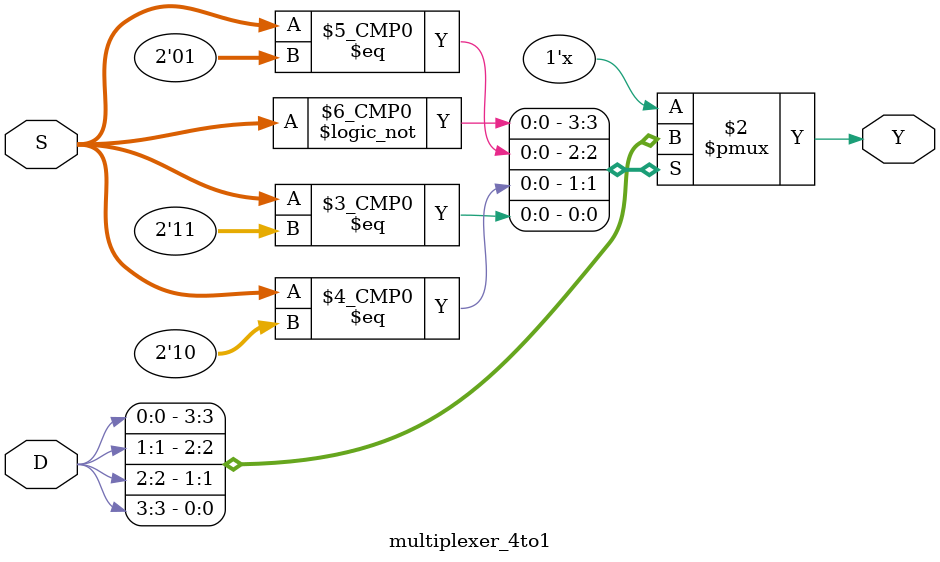
<source format=v>
module multiplexer_4to1(output reg Y,input[1:0] S,input [3:0] D);

always @(S or D)
	case (S)
	2'b00: Y=D[0];
	2'b01: Y=D[1];
	2'b10: Y=D[2];
	2'b11: Y=D[3];
	endcase
endmodule
</source>
